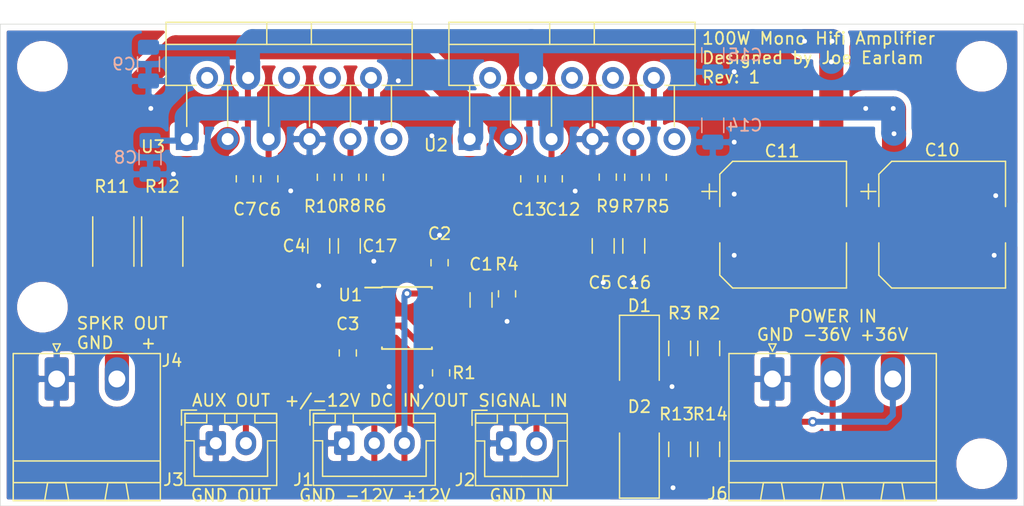
<source format=kicad_pcb>
(kicad_pcb (version 20171130) (host pcbnew 5.0.2-bee76a0~70~ubuntu18.04.1)
  (layers (0 F.Cu signal) (31 B.Cu signal) (34 B.Paste user) (35 F.Paste user) (36 B.SilkS user) (37 F.SilkS user) (38 B.Mask user) (39 F.Mask user) (44 Edge.Cuts user))
  (net 0 "")
  (net 1 "Net-(C1-Pad2)")
  (net 2 "Net-(C1-Pad1)")
  (net 3 +12V)
  (net 4 GND)
  (net 5 -12V)
  (net 6 +36V)
  (net 7 -36V)
  (net 8 "Net-(J2-Pad2)")
  (net 9 "Net-(J3-Pad2)")
  (net 10 "Net-(R5-Pad1)")
  (net 11 "Net-(R6-Pad1)")
  (net 12 "Net-(R7-Pad1)")
  (net 13 "Net-(R10-Pad2)")
  (net 14 "Net-(R11-Pad2)")
  (net 15 "Net-(R10-Pad1)")
  (net 16 "Net-(U2-Pad11)")
  (net 17 "Net-(U2-Pad8)")
  (net 18 "Net-(U2-Pad6)")
  (net 19 "Net-(U2-Pad2)")
  (net 20 "Net-(U3-Pad11)")
  (net 21 "Net-(U3-Pad8)")
  (net 22 "Net-(U3-Pad6)")
  (net 23 "Net-(U3-Pad2)")
  (net 24 "Net-(J4-Pad2)")
  (net 25 "Net-(C17-Pad1)")
  (net 26 "Net-(C16-Pad1)")
  (module Capacitor_SMD:C_1206_3216Metric (layer F.Cu) (at 141.986 89.916 270)
    (fp_text reference C17 (at 0 -2.54) (layer F.SilkS))
    (fp_text value 10u)
    (pad 2 smd roundrect (at 1.4 0 270) (size 1.25 1.75) (layers F.Cu F.Paste F.Mask) (roundrect_rratio 0.2) (net 4 GND))
    (pad 1 smd roundrect (at -1.4 0 270) (size 1.25 1.75) (layers F.Cu F.Paste F.Mask) (roundrect_rratio 0.2) (net 25 "Net-(C17-Pad1)"))
  )
  (module Capacitor_SMD:C_1206_3216Metric (layer F.Cu) (at 165.608 89.916 270)
    (fp_text reference C16 (at 3.048 0) (layer F.SilkS))
    (fp_text value 10u)
    (pad 2 smd roundrect (at 1.4 0 270) (size 1.25 1.75) (layers F.Cu F.Paste F.Mask) (roundrect_rratio 0.2) (net 4 GND))
    (pad 1 smd roundrect (at -1.4 0 270) (size 1.25 1.75) (layers F.Cu F.Paste F.Mask) (roundrect_rratio 0.2) (net 26 "Net-(C16-Pad1)"))
  )
  (module Capacitor_SMD:C_1206_3216Metric (layer F.Cu) (at 163.068 89.916 90)
    (fp_text reference C5 (at -3.048 -0.254 180) (layer F.SilkS))
    (fp_text value 10u)
    (pad 2 smd roundrect (at 1.4 0 90) (size 1.25 1.75) (layers F.Cu F.Paste F.Mask) (roundrect_rratio 0.2) (net 26 "Net-(C16-Pad1)"))
    (pad 1 smd roundrect (at -1.4 0 90) (size 1.25 1.75) (layers F.Cu F.Paste F.Mask) (roundrect_rratio 0.2) (net 4 GND))
  )
  (module Capacitor_SMD:C_1206_3216Metric (layer F.Cu) (at 139.446 89.916 90)
    (fp_text reference C4 (at 0 -2.032 180) (layer F.SilkS))
    (fp_text value 10u)
    (pad 2 smd roundrect (at 1.4 0 90) (size 1.25 1.75) (layers F.Cu F.Paste F.Mask) (roundrect_rratio 0.2) (net 25 "Net-(C17-Pad1)"))
    (pad 1 smd roundrect (at -1.4 0 90) (size 1.25 1.75) (layers F.Cu F.Paste F.Mask) (roundrect_rratio 0.2) (net 4 GND))
  )
  (module Resistor_SMD:R_1206_3216Metric (layer F.Cu) (at 171.831 106.807 270)
    (fp_text reference R14 (at -2.921 -0.127) (layer F.SilkS))
    (fp_text value "1K 1W")
    (pad 2 smd roundrect (at 1.4 0 270) (size 1.25 1.75) (layers F.Cu F.Paste F.Mask) (roundrect_rratio 0.2) (net 7 -36V))
    (pad 1 smd roundrect (at -1.4 0 270) (size 1.25 1.75) (layers F.Cu F.Paste F.Mask) (roundrect_rratio 0.2) (net 5 -12V))
  )
  (module Resistor_SMD:R_1206_3216Metric (layer F.Cu) (at 169.418 106.807 90)
    (fp_text reference R13 (at 2.921 -0.254 180) (layer F.SilkS))
    (fp_text value "1K 1W")
    (pad 2 smd roundrect (at 1.4 0 90) (size 1.25 1.75) (layers F.Cu F.Paste F.Mask) (roundrect_rratio 0.2) (net 5 -12V))
    (pad 1 smd roundrect (at -1.4 0 90) (size 1.25 1.75) (layers F.Cu F.Paste F.Mask) (roundrect_rratio 0.2) (net 7 -36V))
  )
  (module Resistor_SMD:R_1206_3216Metric (layer F.Cu) (at 169.418 98.425 90)
    (fp_text reference R3 (at 2.921 0 180) (layer F.SilkS))
    (fp_text value "1K 1W")
    (pad 2 smd roundrect (at 1.4 0 90) (size 1.25 1.75) (layers F.Cu F.Paste F.Mask) (roundrect_rratio 0.2) (net 3 +12V))
    (pad 1 smd roundrect (at -1.4 0 90) (size 1.25 1.75) (layers F.Cu F.Paste F.Mask) (roundrect_rratio 0.2) (net 6 +36V))
  )
  (module Resistor_SMD:R_1206_3216Metric (layer F.Cu) (at 171.831 98.425 270)
    (fp_text reference R2 (at -2.921 0) (layer F.SilkS))
    (fp_text value "1K 1W")
    (pad 2 smd roundrect (at 1.4 0 270) (size 1.25 1.75) (layers F.Cu F.Paste F.Mask) (roundrect_rratio 0.2) (net 6 +36V))
    (pad 1 smd roundrect (at -1.4 0 270) (size 1.25 1.75) (layers F.Cu F.Paste F.Mask) (roundrect_rratio 0.2) (net 3 +12V))
  )
  (module MountingHole:MountingHole_3.2mm_M3 (layer F.Cu) (at 194.5 108)
    (fp_text reference H4 hide)
    (fp_text value MountingHole)
    (pad 1 np_thru_hole circle (at 0 0) (size 3.2 3.2) (drill 3.2) (layers *.Cu *.Mask))
  )
  (module MountingHole:MountingHole_3.2mm_M3 (layer F.Cu) (at 194.5 75)
    (fp_text reference H3 hide)
    (fp_text value MountingHole)
    (pad 1 np_thru_hole circle (at 0 0) (size 3.2 3.2) (drill 3.2) (layers *.Cu *.Mask))
  )
  (module MountingHole:MountingHole_3.2mm_M3 (layer F.Cu) (at 116.5 95)
    (fp_text reference H2 hide)
    (fp_text value MountingHole)
    (pad 1 np_thru_hole circle (at 0 0) (size 3.2 3.2) (drill 3.2) (layers *.Cu *.Mask))
  )
  (module MountingHole:MountingHole_3.2mm_M3 (layer F.Cu) (at 116.5 75)
    (fp_text reference H1 hide)
    (fp_text value MountingHole)
    (pad 1 np_thru_hole circle (at 0 0) (size 3.2 3.2) (drill 3.2) (layers *.Cu *.Mask))
  )
  (module Capacitor_SMD:C_1206_3216Metric (layer F.Cu) (at 152.924 94.403 270)
    (fp_text reference C1 (at -2.963 0 180) (layer F.SilkS))
    (fp_text value "100n C0G")
    (pad 2 smd roundrect (at 1.4 0 270) (size 1.25 1.75) (layers F.Cu F.Paste F.Mask) (roundrect_rratio 0.2) (net 1 "Net-(C1-Pad2)"))
    (pad 1 smd roundrect (at -1.4 0 270) (size 1.25 1.75) (layers F.Cu F.Paste F.Mask) (roundrect_rratio 0.2) (net 2 "Net-(C1-Pad1)"))
  )
  (module Capacitor_SMD:C_1206_3216Metric (layer B.Cu) (at 172.17 74.057 270)
    (fp_text reference C15 (at 0 -2.667) (layer B.SilkS) (effects (justify mirror)))
    (fp_text value 10u)
    (pad 2 smd roundrect (at 1.4 0 270) (size 1.25 1.75) (layers B.Cu B.Paste B.Mask) (roundrect_rratio 0.2) (net 4 GND))
    (pad 1 smd roundrect (at -1.4 0 270) (size 1.25 1.75) (layers B.Cu B.Paste B.Mask) (roundrect_rratio 0.2) (net 7 -36V))
  )
  (module Capacitor_SMD:C_1206_3216Metric (layer B.Cu) (at 172.17 79.899 90)
    (fp_text reference C14 (at 0 2.667 180) (layer B.SilkS) (effects (justify mirror)))
    (fp_text value 10u)
    (pad 1 smd roundrect (at -1.4 0 90) (size 1.25 1.75) (layers B.Cu B.Paste B.Mask) (roundrect_rratio 0.2) (net 4 GND))
    (pad 2 smd roundrect (at 1.4 0 90) (size 1.25 1.75) (layers B.Cu B.Paste B.Mask) (roundrect_rratio 0.2) (net 6 +36V))
  )
  (module Capacitor_SMD:C_1206_3216Metric (layer B.Cu) (at 125.307 74.819 270)
    (fp_text reference C9 (at 0 2.032) (layer B.SilkS) (effects (justify mirror)))
    (fp_text value 10u)
    (pad 2 smd roundrect (at 1.4 0 270) (size 1.25 1.75) (layers B.Cu B.Paste B.Mask) (roundrect_rratio 0.2) (net 4 GND))
    (pad 1 smd roundrect (at -1.4 0 270) (size 1.25 1.75) (layers B.Cu B.Paste B.Mask) (roundrect_rratio 0.2) (net 7 -36V))
  )
  (module Capacitor_SMD:C_1206_3216Metric (layer B.Cu) (at 125.434 82.566 90)
    (fp_text reference C8 (at 0 -2.032 180) (layer B.SilkS) (effects (justify mirror)))
    (fp_text value 10u)
    (pad 2 smd roundrect (at 1.4 0 90) (size 1.25 1.75) (layers B.Cu B.Paste B.Mask) (roundrect_rratio 0.2) (net 6 +36V))
    (pad 1 smd roundrect (at -1.4 0 90) (size 1.25 1.75) (layers B.Cu B.Paste B.Mask) (roundrect_rratio 0.2) (net 4 GND))
  )
  (module Connector_Phoenix_MSTB:PhoenixContact_MSTBA_2,5_3-G_1x03_P5.00mm_Horizontal (layer F.Cu) (at 177.123 100.965)
    (fp_text reference J6 (at -4.572 9.525) (layer F.SilkS))
    (fp_text value JST_XH_3)
    (pad 3 thru_hole oval (at 10 0) (size 2 3.6) (drill 1.4) (layers *.Cu *.Mask) (net 6 +36V))
    (pad 2 thru_hole oval (at 5 0) (size 2 3.6) (drill 1.4) (layers *.Cu *.Mask) (net 7 -36V))
    (pad 1 thru_hole roundrect (at 0 0) (size 2 3.6) (drill 1.4) (layers *.Cu *.Mask) (roundrect_rratio 0.125) (net 4 GND))
  )
  (module Package_TO_SOT_THT:TO-220-11_P3.4x5.08mm_StaggerOdd_Lead4.85mm_Vertical (layer F.Cu) (at 128.482 81.042)
    (fp_text reference U3 (at -2.794 0.635) (layer F.SilkS))
    (fp_text value LM3886)
    (pad 11 thru_hole oval (at 17 0) (size 1.8 1.8) (drill 1) (layers *.Cu *.Mask) (net 20 "Net-(U3-Pad11)"))
    (pad 10 thru_hole oval (at 15.3 -5.08) (size 1.8 1.8) (drill 1) (layers *.Cu *.Mask) (net 11 "Net-(R6-Pad1)"))
    (pad 9 thru_hole oval (at 13.6 0) (size 1.8 1.8) (drill 1) (layers *.Cu *.Mask) (net 13 "Net-(R10-Pad2)"))
    (pad 8 thru_hole oval (at 11.9 -5.08) (size 1.8 1.8) (drill 1) (layers *.Cu *.Mask) (net 21 "Net-(U3-Pad8)"))
    (pad 7 thru_hole oval (at 10.2 0) (size 1.8 1.8) (drill 1) (layers *.Cu *.Mask) (net 4 GND))
    (pad 6 thru_hole oval (at 8.5 -5.08) (size 1.8 1.8) (drill 1) (layers *.Cu *.Mask) (net 22 "Net-(U3-Pad6)"))
    (pad 5 thru_hole oval (at 6.8 0) (size 1.8 1.8) (drill 1) (layers *.Cu *.Mask) (net 6 +36V))
    (pad 4 thru_hole oval (at 5.1 -5.08) (size 1.8 1.8) (drill 1) (layers *.Cu *.Mask) (net 7 -36V))
    (pad 3 thru_hole oval (at 3.4 0) (size 1.8 1.8) (drill 1) (layers *.Cu *.Mask) (net 15 "Net-(R10-Pad1)"))
    (pad 2 thru_hole oval (at 1.7 -5.08) (size 1.8 1.8) (drill 1) (layers *.Cu *.Mask) (net 23 "Net-(U3-Pad2)"))
    (pad 1 thru_hole rect (at 0 0) (size 1.8 1.8) (drill 1) (layers *.Cu *.Mask) (net 6 +36V))
  )
  (module Package_TO_SOT_THT:TO-220-11_P3.4x5.08mm_StaggerOdd_Lead4.85mm_Vertical (layer F.Cu) (at 151.977 81.042)
    (fp_text reference U2 (at -2.794 0.508) (layer F.SilkS))
    (fp_text value LM3886)
    (pad 11 thru_hole oval (at 17 0) (size 1.8 1.8) (drill 1) (layers *.Cu *.Mask) (net 16 "Net-(U2-Pad11)"))
    (pad 10 thru_hole oval (at 15.3 -5.08) (size 1.8 1.8) (drill 1) (layers *.Cu *.Mask) (net 10 "Net-(R5-Pad1)"))
    (pad 9 thru_hole oval (at 13.6 0) (size 1.8 1.8) (drill 1) (layers *.Cu *.Mask) (net 12 "Net-(R7-Pad1)"))
    (pad 8 thru_hole oval (at 11.9 -5.08) (size 1.8 1.8) (drill 1) (layers *.Cu *.Mask) (net 17 "Net-(U2-Pad8)"))
    (pad 7 thru_hole oval (at 10.2 0) (size 1.8 1.8) (drill 1) (layers *.Cu *.Mask) (net 4 GND))
    (pad 6 thru_hole oval (at 8.5 -5.08) (size 1.8 1.8) (drill 1) (layers *.Cu *.Mask) (net 18 "Net-(U2-Pad6)"))
    (pad 5 thru_hole oval (at 6.8 0) (size 1.8 1.8) (drill 1) (layers *.Cu *.Mask) (net 6 +36V))
    (pad 4 thru_hole oval (at 5.1 -5.08) (size 1.8 1.8) (drill 1) (layers *.Cu *.Mask) (net 7 -36V))
    (pad 3 thru_hole oval (at 3.4 0) (size 1.8 1.8) (drill 1) (layers *.Cu *.Mask) (net 14 "Net-(R11-Pad2)"))
    (pad 2 thru_hole oval (at 1.7 -5.08) (size 1.8 1.8) (drill 1) (layers *.Cu *.Mask) (net 19 "Net-(U2-Pad2)"))
    (pad 1 thru_hole rect (at 0 0) (size 1.8 1.8) (drill 1) (layers *.Cu *.Mask) (net 6 +36V))
  )
  (module Package_SO:SOIC-8_3.9x4.9mm_P1.27mm (layer F.Cu) (at 146.77 95.901)
    (fp_text reference U1 (at -4.699 -1.905) (layer F.SilkS))
    (fp_text value NE5532)
    (pad 8 smd rect (at 2.7 -1.905) (size 1.55 0.6) (layers F.Cu F.Paste F.Mask) (net 3 +12V))
    (pad 7 smd rect (at 2.7 -0.635) (size 1.55 0.6) (layers F.Cu F.Paste F.Mask) (net 1 "Net-(C1-Pad2)"))
    (pad 6 smd rect (at 2.7 0.635) (size 1.55 0.6) (layers F.Cu F.Paste F.Mask) (net 1 "Net-(C1-Pad2)"))
    (pad 5 smd rect (at 2.7 1.905) (size 1.55 0.6) (layers F.Cu F.Paste F.Mask) (net 8 "Net-(J2-Pad2)"))
    (pad 4 smd rect (at -2.7 1.905) (size 1.55 0.6) (layers F.Cu F.Paste F.Mask) (net 5 -12V))
    (pad 3 smd rect (at -2.7 0.635) (size 1.55 0.6) (layers F.Cu F.Paste F.Mask) (net 8 "Net-(J2-Pad2)"))
    (pad 2 smd rect (at -2.7 -0.635) (size 1.55 0.6) (layers F.Cu F.Paste F.Mask) (net 9 "Net-(J3-Pad2)"))
    (pad 1 smd rect (at -2.7 -1.905) (size 1.55 0.6) (layers F.Cu F.Paste F.Mask) (net 9 "Net-(J3-Pad2)"))
  )
  (module Resistor_SMD:R_2512_6332Metric (layer F.Cu) (at 126.45 89.551 90)
    (fp_text reference R12 (at 4.572 0 180) (layer F.SilkS))
    (fp_text value "0R1 3W")
    (pad 2 smd roundrect (at 2.9 0 90) (size 1.35 3.35) (layers F.Cu F.Paste F.Mask) (roundrect_rratio 0.185185) (net 15 "Net-(R10-Pad1)"))
    (pad 1 smd roundrect (at -2.9 0 90) (size 1.35 3.35) (layers F.Cu F.Paste F.Mask) (roundrect_rratio 0.185185) (net 24 "Net-(J4-Pad2)"))
  )
  (module Resistor_SMD:R_2512_6332Metric (layer F.Cu) (at 122.386 89.551 90)
    (fp_text reference R11 (at 4.572 -0.127 180) (layer F.SilkS))
    (fp_text value "0R1 3W")
    (pad 2 smd roundrect (at 2.9 0 90) (size 1.35 3.35) (layers F.Cu F.Paste F.Mask) (roundrect_rratio 0.185185) (net 14 "Net-(R11-Pad2)"))
    (pad 1 smd roundrect (at -2.9 0 90) (size 1.35 3.35) (layers F.Cu F.Paste F.Mask) (roundrect_rratio 0.185185) (net 24 "Net-(J4-Pad2)"))
  )
  (module Resistor_SMD:R_0805_2012Metric (layer F.Cu) (at 140.039 84.217 90)
    (fp_text reference R10 (at -2.413 -0.381) (layer F.SilkS))
    (fp_text value "20K 0.1%")
    (pad 2 smd roundrect (at 0.9375 0 90) (size 0.975 1.4) (layers F.Cu F.Paste F.Mask) (net 13 "Net-(R10-Pad2)"))
    (pad 1 smd roundrect (at -0.9375 0 90) (size 0.975 1.4) (layers F.Cu F.Paste F.Mask) (net 15 "Net-(R10-Pad1)"))
  )
  (module Resistor_SMD:R_0805_2012Metric (layer F.Cu) (at 163.449 84.201 90)
    (fp_text reference R9 (at -2.413 0) (layer F.SilkS))
    (fp_text value "20K 0.1%")
    (pad 2 smd roundrect (at 0.9375 0 90) (size 0.975 1.4) (layers F.Cu F.Paste F.Mask) (net 12 "Net-(R7-Pad1)"))
    (pad 1 smd roundrect (at -0.9375 0 90) (size 0.975 1.4) (layers F.Cu F.Paste F.Mask) (net 14 "Net-(R11-Pad2)"))
  )
  (module Resistor_SMD:R_0805_2012Metric (layer F.Cu) (at 142.071 84.217 270)
    (fp_text reference R8 (at 2.3645 0.085) (layer F.SilkS))
    (fp_text value "1K 0.1%")
    (pad 2 smd roundrect (at 0.9375 0 270) (size 0.975 1.4) (layers F.Cu F.Paste F.Mask) (net 25 "Net-(C17-Pad1)"))
    (pad 1 smd roundrect (at -0.9375 0 270) (size 0.975 1.4) (layers F.Cu F.Paste F.Mask) (net 13 "Net-(R10-Pad2)"))
  )
  (module Resistor_SMD:R_0805_2012Metric (layer F.Cu) (at 165.566 84.217 270)
    (fp_text reference R7 (at 2.413 0) (layer F.SilkS))
    (fp_text value "1K 0.1%")
    (pad 2 smd roundrect (at 0.9375 0 270) (size 0.975 1.4) (layers F.Cu F.Paste F.Mask) (net 26 "Net-(C16-Pad1)"))
    (pad 1 smd roundrect (at -0.9375 0 270) (size 0.975 1.4) (layers F.Cu F.Paste F.Mask) (net 12 "Net-(R7-Pad1)"))
  )
  (module Resistor_SMD:R_0805_2012Metric (layer F.Cu) (at 144.103 84.217 270)
    (fp_text reference R6 (at 2.397 0) (layer F.SilkS))
    (fp_text value "1K 0.1%")
    (pad 2 smd roundrect (at 0.9375 0 270) (size 0.975 1.4) (layers F.Cu F.Paste F.Mask) (net 2 "Net-(C1-Pad1)"))
    (pad 1 smd roundrect (at -0.9375 0 270) (size 0.975 1.4) (layers F.Cu F.Paste F.Mask) (net 11 "Net-(R6-Pad1)"))
  )
  (module Resistor_SMD:R_0805_2012Metric (layer F.Cu) (at 167.598 84.217 270)
    (fp_text reference R5 (at 2.413 0) (layer F.SilkS))
    (fp_text value "1K 0.1%")
    (pad 2 smd roundrect (at 0.9375 0 270) (size 0.975 1.4) (layers F.Cu F.Paste F.Mask) (net 2 "Net-(C1-Pad1)"))
    (pad 1 smd roundrect (at -0.9375 0 270) (size 0.975 1.4) (layers F.Cu F.Paste F.Mask) (net 10 "Net-(R5-Pad1)"))
  )
  (module Resistor_SMD:R_0805_2012Metric (layer F.Cu) (at 155.083 93.895 90)
    (fp_text reference R4 (at 2.455 -0.016) (layer F.SilkS))
    (fp_text value 100K)
    (pad 2 smd roundrect (at 0.9375 0 90) (size 0.975 1.4) (layers F.Cu F.Paste F.Mask) (net 2 "Net-(C1-Pad1)"))
    (pad 1 smd roundrect (at -0.9375 0 90) (size 0.975 1.4) (layers F.Cu F.Paste F.Mask) (net 4 GND))
  )
  (module Resistor_SMD:R_0805_2012Metric (layer F.Cu) (at 149.606 100.457 90)
    (fp_text reference R1 (at 0 1.905 180) (layer F.SilkS))
    (fp_text value 47K)
    (pad 2 smd roundrect (at 0.9375 0 90) (size 0.975 1.4) (layers F.Cu F.Paste F.Mask) (net 8 "Net-(J2-Pad2)"))
    (pad 1 smd roundrect (at -0.9375 0 90) (size 0.975 1.4) (layers F.Cu F.Paste F.Mask) (net 4 GND))
  )
  (module Connector_Phoenix_MSTB:PhoenixContact_MSTBA_2,5_2-G_1x02_P5.00mm_Horizontal (layer F.Cu) (at 117.682 100.965)
    (fp_text reference J4 (at 9.572 -1.524) (layer F.SilkS))
    (fp_text value Conn_01x02_Male)
    (pad 2 thru_hole oval (at 5 0) (size 2 3.6) (drill 1.4) (layers *.Cu *.Mask) (net 24 "Net-(J4-Pad2)"))
    (pad 1 thru_hole roundrect (at 0 0) (size 2 3.6) (drill 1.4) (layers *.Cu *.Mask) (roundrect_rratio 0.125) (net 4 GND))
  )
  (module Connector_JST:JST_XH_B2B-XH-A_1x02_P2.50mm_Vertical (layer F.Cu) (at 130.895 106.299)
    (fp_text reference J3 (at -3.514 3.032) (layer F.SilkS))
    (fp_text value JST_XH_2)
    (pad 2 thru_hole oval (at 2.5 0) (size 1.7 2) (drill 1) (layers *.Cu *.Mask) (net 9 "Net-(J3-Pad2)"))
    (pad 1 thru_hole roundrect (at 0 0) (size 1.7 2) (drill 1) (layers *.Cu *.Mask) (roundrect_rratio 0.147059) (net 4 GND))
  )
  (module Connector_JST:JST_XH_B2B-XH-A_1x02_P2.50mm_Vertical (layer F.Cu) (at 155.025 106.315)
    (fp_text reference J2 (at -3.429 3.032) (layer F.SilkS))
    (fp_text value JST_XH_2)
    (pad 2 thru_hole oval (at 2.5 0) (size 1.7 2) (drill 1) (layers *.Cu *.Mask) (net 8 "Net-(J2-Pad2)"))
    (pad 1 thru_hole roundrect (at 0 0) (size 1.7 2) (drill 1) (layers *.Cu *.Mask) (roundrect_rratio 0.147059) (net 4 GND))
  )
  (module Connector_JST:JST_XH_B3B-XH-A_1x03_P2.50mm_Vertical (layer F.Cu) (at 141.563 106.299)
    (fp_text reference J1 (at -3.387 3.032) (layer F.SilkS))
    (fp_text value JST_XH_3)
    (pad 3 thru_hole oval (at 5 0) (size 1.7 1.95) (drill 0.95) (layers *.Cu *.Mask) (net 3 +12V))
    (pad 2 thru_hole oval (at 2.5 0) (size 1.7 1.95) (drill 0.95) (layers *.Cu *.Mask) (net 5 -12V))
    (pad 1 thru_hole roundrect (at 0 0) (size 1.7 1.95) (drill 0.95) (layers *.Cu *.Mask) (roundrect_rratio 0.147059) (net 4 GND))
  )
  (module Diode_SMD:D_SMA (layer F.Cu) (at 166.074 107.458 90)
    (fp_text reference D2 (at 4.191 0 180) (layer F.SilkS))
    (fp_text value SML4742-E3/61)
    (pad 2 smd rect (at 2 0 90) (size 2.5 1.8) (layers F.Cu F.Paste F.Mask) (net 5 -12V))
    (pad 1 smd rect (at -2 0 90) (size 2.5 1.8) (layers F.Cu F.Paste F.Mask) (net 4 GND))
  )
  (module Diode_SMD:D_SMA (layer F.Cu) (at 166.074 99.076 270)
    (fp_text reference D1 (at -4.191 0) (layer F.SilkS))
    (fp_text value SML4742-E3/61)
    (pad 2 smd rect (at 2 0 270) (size 2.5 1.8) (layers F.Cu F.Paste F.Mask) (net 4 GND))
    (pad 1 smd rect (at -2 0 270) (size 2.5 1.8) (layers F.Cu F.Paste F.Mask) (net 3 +12V))
  )
  (module Capacitor_SMD:C_0805_2012Metric (layer F.Cu) (at 156.93 84.344 270)
    (fp_text reference C13 (at 2.54 0) (layer F.SilkS))
    (fp_text value 100n)
    (pad 2 smd roundrect (at 0.9375 0 270) (size 0.975 1.4) (layers F.Cu F.Paste F.Mask) (net 4 GND))
    (pad 1 smd roundrect (at -0.9375 0 270) (size 0.975 1.4) (layers F.Cu F.Paste F.Mask) (net 7 -36V))
  )
  (module Capacitor_SMD:C_0805_2012Metric (layer F.Cu) (at 158.962 84.344 90)
    (fp_text reference C12 (at -2.54 0.762 180) (layer F.SilkS))
    (fp_text value 100n)
    (pad 2 smd roundrect (at 0.9375 0 90) (size 0.975 1.4) (layers F.Cu F.Paste F.Mask) (net 6 +36V))
    (pad 1 smd roundrect (at -0.9375 0 90) (size 0.975 1.4) (layers F.Cu F.Paste F.Mask) (net 4 GND))
  )
  (module Capacitor_SMD:CP_Elec_10x10 (layer F.Cu) (at 178.012 88.154)
    (fp_text reference C11 (at -0.085 -6.112) (layer F.SilkS))
    (fp_text value "100u 50V")
    (pad 2 smd roundrect (at 4 0) (size 4 2.5) (layers F.Cu F.Paste F.Mask) (roundrect_rratio 0.1) (net 7 -36V))
    (pad 1 smd roundrect (at -4 0) (size 4 2.5) (layers F.Cu F.Paste F.Mask) (roundrect_rratio 0.1) (net 4 GND))
  )
  (module Capacitor_SMD:CP_Elec_10x10 (layer F.Cu) (at 191.22 88.154)
    (fp_text reference C10 (at 0 -6.2) (layer F.SilkS))
    (fp_text value "100u 50V")
    (pad 2 smd roundrect (at 4 0) (size 4 2.5) (layers F.Cu F.Paste F.Mask) (roundrect_rratio 0.1) (net 4 GND))
    (pad 1 smd roundrect (at -4 0) (size 4 2.5) (layers F.Cu F.Paste F.Mask) (roundrect_rratio 0.1) (net 6 +36V))
  )
  (module Capacitor_SMD:C_0805_2012Metric (layer F.Cu) (at 133.308 84.344 270)
    (fp_text reference C7 (at 2.524 0) (layer F.SilkS))
    (fp_text value 100n)
    (pad 2 smd roundrect (at 0.9375 0 270) (size 0.975 1.4) (layers F.Cu F.Paste F.Mask) (net 4 GND))
    (pad 1 smd roundrect (at -0.9375 0 270) (size 0.975 1.4) (layers F.Cu F.Paste F.Mask) (net 7 -36V))
  )
  (module Capacitor_SMD:C_0805_2012Metric (layer F.Cu) (at 135.34 84.344 90)
    (fp_text reference C6 (at -2.54 0 180) (layer F.SilkS))
    (fp_text value 100n)
    (pad 2 smd roundrect (at 0.9375 0 90) (size 0.975 1.4) (layers F.Cu F.Paste F.Mask) (net 6 +36V))
    (pad 1 smd roundrect (at -0.9375 0 90) (size 0.975 1.4) (layers F.Cu F.Paste F.Mask) (net 4 GND))
  )
  (module Capacitor_SMD:C_0805_2012Metric (layer F.Cu) (at 141.859 98.806 270)
    (fp_text reference C3 (at -2.413 0) (layer F.SilkS))
    (fp_text value 100n)
    (pad 2 smd roundrect (at 0.9375 0 270) (size 0.975 1.4) (layers F.Cu F.Paste F.Mask) (net 4 GND))
    (pad 1 smd roundrect (at -0.9375 0 270) (size 0.975 1.4) (layers F.Cu F.Paste F.Mask) (net 5 -12V))
  )
  (module Capacitor_SMD:C_0805_2012Metric (layer F.Cu) (at 149.479 91.313 270)
    (fp_text reference C2 (at -2.413 0) (layer F.SilkS))
    (fp_text value 100n)
    (pad 2 smd roundrect (at 0.9375 0 270) (size 0.975 1.4) (layers F.Cu F.Paste F.Mask) (net 3 +12V))
    (pad 1 smd roundrect (at -0.9375 0 270) (size 0.975 1.4) (layers F.Cu F.Paste F.Mask) (net 4 GND))
  )
  (gr_text "100W Mono Hifi Amplifier\nDesigned by Joe Earlam\nRev: 1" (at 171.196 74.295) (layer F.SilkS) (effects (font (size 1 1)) (justify left)))
  (gr_line (start 113 71.5) (end 113 111.5) (layer Edge.Cuts) (width 0.05))
  (gr_line (start 198 71.5) (end 113 71.5) (layer Edge.Cuts) (width 0.05))
  (gr_line (start 198 72) (end 198 71.5) (layer Edge.Cuts) (width 0.05))
  (gr_line (start 198 111.5) (end 198 72) (layer Edge.Cuts) (width 0.05))
  (gr_line (start 141 111.5) (end 198 111.5) (layer Edge.Cuts) (width 0.05))
  (gr_line (start 113 111.5) (end 141 111.5) (layer Edge.Cuts) (width 0.05))
  (gr_text "SPKR OUT\nGND   +" (at 119.253 97.155) (layer F.SilkS) (effects (font (size 1 1)) (justify left)))
  (gr_text "POWER IN" (at 182.118 95.758) (layer F.SilkS) (effects (font (size 1 1))))
  (gr_text "GND -36V +36V" (at 182.118 97.282) (layer F.SilkS) (effects (font (size 1 1))))
  (gr_text "AUX OUT" (at 132.165 102.743) (layer F.SilkS) (effects (font (size 1 1))))
  (gr_text "SIGNAL IN" (at 156.422 102.759) (layer F.SilkS) (effects (font (size 1 1))))
  (gr_text "+/-12V DC IN/OUT" (at 144.23 102.743) (layer F.SilkS) (effects (font (size 1 1))))
  (gr_text "GND -12V +12V" (at 144.103 110.633) (layer F.SilkS) (effects (font (size 1 1))))
  (gr_text "GND OUT" (at 132.165 110.633) (layer F.SilkS) (effects (font (size 1 1))))
  (gr_text "GND IN" (at 156.295 110.633) (layer F.SilkS) (effects (font (size 1 1))))
  (segment (start 150.745 96.536) (end 149.47 96.536) (width 0.5) (layer F.Cu) (net 1))
  (segment (start 150.872 96.409) (end 150.745 96.536) (width 0.5) (layer F.Cu) (net 1))
  (segment (start 150.745 95.266) (end 150.872 95.393) (width 0.5) (layer F.Cu) (net 1))
  (segment (start 149.47 95.266) (end 150.745 95.266) (width 0.5) (layer F.Cu) (net 1))
  (segment (start 150.872 95.812) (end 150.872 96.409) (width 0.5) (layer F.Cu) (net 1))
  (segment (start 150.872 95.393) (end 150.872 95.812) (width 0.5) (layer F.Cu) (net 1))
  (segment (start 151.541 95.812) (end 150.872 95.812) (width 0.5) (layer F.Cu) (net 1))
  (segment (start 151.94 95.812) (end 151.541 95.812) (width 0.5) (layer F.Cu) (net 1))
  (segment (start 151.949 95.803) (end 151.94 95.812) (width 0.5) (layer F.Cu) (net 1))
  (segment (start 152.924 95.803) (end 151.949 95.803) (width 0.5) (layer F.Cu) (net 1))
  (segment (start 155.0375 93.003) (end 155.083 92.9575) (width 0.5) (layer F.Cu) (net 2))
  (segment (start 152.924 93.003) (end 155.0375 93.003) (width 0.5) (layer F.Cu) (net 2))
  (segment (start 147.0725 85.1545) (end 144.103 85.1545) (width 0.5) (layer F.Cu) (net 2))
  (segment (start 155.536 93.13) (end 155.546 93.12) (width 0.5) (layer F.Cu) (net 2))
  (segment (start 155.194 89.916) (end 155.155 89.955) (width 0.5) (layer F.Cu) (net 2))
  (segment (start 167.132 89.916) (end 155.194 89.916) (width 0.5) (layer F.Cu) (net 2))
  (segment (start 167.598 85.1545) (end 167.598 89.45) (width 0.5) (layer F.Cu) (net 2))
  (segment (start 167.598 89.45) (end 167.132 89.916) (width 0.5) (layer F.Cu) (net 2))
  (segment (start 155.194 89.916) (end 152.908 89.916) (width 0.5) (layer F.Cu) (net 2))
  (segment (start 148.1465 85.1545) (end 147.0725 85.1545) (width 0.5) (layer F.Cu) (net 2))
  (segment (start 152.908 89.916) (end 148.1465 85.1545) (width 0.5) (layer F.Cu) (net 2))
  (segment (start 152.924 89.932) (end 152.908 89.916) (width 0.5) (layer F.Cu) (net 2))
  (segment (start 152.924 93.003) (end 152.924 89.932) (width 0.5) (layer F.Cu) (net 2))
  (segment (start 149.4855 93.9805) (end 149.47 93.996) (width 0.5) (layer F.Cu) (net 3))
  (segment (start 149.4855 91.964) (end 149.4855 93.9805) (width 0.5) (layer F.Cu) (net 3))
  (segment (start 166.106 97.044) (end 166.074 97.076) (width 0.5) (layer F.Cu) (net 3))
  (via (at 146.77 93.869) (size 0.8) (drill 0.4) (layers F.Cu B.Cu) (net 3))
  (segment (start 146.563 106.188) (end 146.563 94.076) (width 0.5) (layer B.Cu) (net 3))
  (segment (start 146.563 94.076) (end 146.77 93.869) (width 0.5) (layer B.Cu) (net 3))
  (segment (start 149.343 93.869) (end 149.47 93.996) (width 0.5) (layer F.Cu) (net 3))
  (segment (start 146.77 93.869) (end 149.343 93.869) (width 0.5) (layer F.Cu) (net 3))
  (segment (start 169.418 97.025) (end 171.831 97.025) (width 0.5) (layer F.Cu) (net 3))
  (segment (start 162.994 97.076) (end 166.074 97.076) (width 0.5) (layer F.Cu) (net 3))
  (segment (start 146.563 108.463) (end 147.082 108.982) (width 0.5) (layer F.Cu) (net 3))
  (segment (start 146.563 106.188) (end 146.563 108.463) (width 0.5) (layer F.Cu) (net 3))
  (segment (start 147.082 108.982) (end 161.594135 108.982) (width 0.5) (layer F.Cu) (net 3))
  (segment (start 161.594135 108.982) (end 162.264 108.312135) (width 0.5) (layer F.Cu) (net 3))
  (segment (start 162.264 108.312135) (end 162.264 97.806) (width 0.5) (layer F.Cu) (net 3))
  (segment (start 162.264 97.806) (end 162.994 97.076) (width 0.5) (layer F.Cu) (net 3))
  (segment (start 169.367 97.076) (end 169.418 97.025) (width 0.5) (layer F.Cu) (net 3))
  (segment (start 166.074 97.076) (end 169.367 97.076) (width 0.5) (layer F.Cu) (net 3))
  (via (at 160.74 85.36) (size 0.8) (drill 0.4) (layers F.Cu B.Cu) (net 4))
  (via (at 173.948 85.614) (size 0.8) (drill 0.4) (layers F.Cu B.Cu) (net 4))
  (via (at 168.783 101.6) (size 0.8) (drill 0.4) (layers F.Cu B.Cu) (net 4))
  (via (at 168.868 109.998) (size 0.8) (drill 0.4) (layers F.Cu B.Cu) (net 4))
  (via (at 195.538 90.694) (size 0.8) (drill 0.4) (layers F.Cu B.Cu) (net 4))
  (via (at 147.955 101.6) (size 0.8) (drill 0.4) (layers F.Cu B.Cu) (net 4))
  (via (at 145.288 101.6) (size 0.8) (drill 0.4) (layers F.Cu B.Cu) (net 4))
  (via (at 149.479 89.027) (size 0.8) (drill 0.4) (layers F.Cu B.Cu) (net 4))
  (via (at 137.118 85.344) (size 0.8) (drill 0.4) (layers F.Cu B.Cu) (net 4))
  (via (at 155.083 96.181) (size 0.8) (drill 0.4) (layers F.Cu B.Cu) (net 4))
  (via (at 195.665 85.741) (size 0.8) (drill 0.4) (layers F.Cu B.Cu) (net 4))
  (via (at 173.948 90.694) (size 0.8) (drill 0.4) (layers F.Cu B.Cu) (net 4))
  (via (at 127.381 83.947) (size 0.8) (drill 0.4) (layers F.Cu B.Cu) (net 4))
  (via (at 173.948 75.454) (size 0.8) (drill 0.4) (layers F.Cu B.Cu) (net 4))
  (via (at 173.948 81.296) (size 0.8) (drill 0.4) (layers F.Cu B.Cu) (net 4))
  (via (at 125.5 78.5) (size 0.8) (drill 0.4) (layers F.Cu B.Cu) (net 4))
  (via (at 163.068 92.964) (size 0.8) (drill 0.4) (layers F.Cu B.Cu) (net 4))
  (via (at 139.446 93.218) (size 0.8) (drill 0.4) (layers F.Cu B.Cu) (net 4))
  (via (at 144.018 91.186) (size 0.8) (drill 0.4) (layers F.Cu B.Cu) (net 4))
  (via (at 165.608 92.964) (size 0.8) (drill 0.4) (layers F.Cu B.Cu) (net 4))
  (via (at 148.844 80.772) (size 0.8) (drill 0.4) (layers F.Cu B.Cu) (net 4))
  (via (at 146.05 76.2) (size 0.8) (drill 0.4) (layers F.Cu B.Cu) (net 4))
  (segment (start 144.063 99.8465) (end 144.0545 99.838) (width 0.5) (layer F.Cu) (net 5))
  (segment (start 144.063 106.188) (end 144.063 99.8465) (width 0.5) (layer F.Cu) (net 5))
  (segment (start 144.0545 97.8215) (end 144.07 97.806) (width 0.5) (layer F.Cu) (net 5))
  (segment (start 144.0545 99.838) (end 144.0545 97.8215) (width 0.5) (layer F.Cu) (net 5))
  (segment (start 171.91 105.481) (end 171.942 105.513) (width 0.5) (layer F.Cu) (net 5))
  (segment (start 169.545 105.28) (end 171.942 105.28) (width 0.5) (layer F.Cu) (net 5))
  (segment (start 144.063 110.027) (end 144.063 106.188) (width 0.5) (layer F.Cu) (net 5))
  (segment (start 164.264 105.458) (end 163.28 106.442) (width 0.5) (layer F.Cu) (net 5))
  (segment (start 166.074 105.458) (end 164.264 105.458) (width 0.5) (layer F.Cu) (net 5))
  (segment (start 163.28 106.442) (end 163.28 110.024) (width 0.5) (layer F.Cu) (net 5))
  (segment (start 163.28 110.024) (end 162.798 110.506) (width 0.5) (layer F.Cu) (net 5))
  (segment (start 162.798 110.506) (end 144.542 110.506) (width 0.5) (layer F.Cu) (net 5))
  (segment (start 144.542 110.506) (end 144.063 110.027) (width 0.5) (layer F.Cu) (net 5))
  (segment (start 141.9215 97.806) (end 141.859 97.8685) (width 0.5) (layer F.Cu) (net 5))
  (segment (start 144.07 97.806) (end 141.9215 97.806) (width 0.5) (layer F.Cu) (net 5))
  (segment (start 169.367 105.458) (end 169.418 105.407) (width 0.5) (layer F.Cu) (net 5))
  (segment (start 166.074 105.458) (end 169.367 105.458) (width 0.5) (layer F.Cu) (net 5))
  (segment (start 158.777 83.5725) (end 158.7865 83.582) (width 0.5) (layer F.Cu) (net 6))
  (segment (start 158.777 81.042) (end 158.777 83.3185) (width 0.5) (layer F.Cu) (net 6))
  (segment (start 135.282 83.259) (end 135.213 83.328) (width 0.5) (layer F.Cu) (net 6))
  (segment (start 135.282 81.042) (end 135.282 83.259) (width 0.5) (layer F.Cu) (net 6))
  (segment (start 135.282 78.56) (end 135.282 81.042) (width 2) (layer B.Cu) (net 6))
  (segment (start 135.34 78.502) (end 135.282 78.56) (width 2) (layer B.Cu) (net 6))
  (segment (start 129.244 78.502) (end 135.34 78.502) (width 2) (layer B.Cu) (net 6))
  (segment (start 128.482 81.042) (end 128.482 79.264) (width 2) (layer B.Cu) (net 6))
  (segment (start 128.482 79.264) (end 129.244 78.502) (width 2) (layer B.Cu) (net 6))
  (segment (start 135.34 78.502) (end 152.104 78.502) (width 2) (layer B.Cu) (net 6))
  (segment (start 152.104 80.915) (end 151.977 81.042) (width 2) (layer B.Cu) (net 6))
  (segment (start 152.104 78.502) (end 152.104 80.915) (width 2) (layer B.Cu) (net 6))
  (segment (start 152.104 78.502) (end 158.962 78.502) (width 2) (layer B.Cu) (net 6))
  (segment (start 158.777 78.687) (end 158.777 81.042) (width 2) (layer B.Cu) (net 6))
  (segment (start 158.962 78.502) (end 158.777 78.687) (width 2) (layer B.Cu) (net 6))
  (segment (start 158.962 78.502) (end 171.916 78.502) (width 2) (layer B.Cu) (net 6))
  (via (at 187.156 78.502) (size 0.8) (drill 0.4) (layers F.Cu B.Cu) (net 6))
  (segment (start 187.22 78.566) (end 187.156 78.502) (width 2) (layer F.Cu) (net 6))
  (via (at 187.22 80.598) (size 0.8) (drill 0.4) (layers F.Cu B.Cu) (net 6))
  (segment (start 187.156 80.534) (end 187.22 80.598) (width 2) (layer B.Cu) (net 6))
  (segment (start 187.156 78.502) (end 187.156 80.534) (width 2) (layer B.Cu) (net 6))
  (segment (start 187.22 88.154) (end 187.22 80.598) (width 2) (layer F.Cu) (net 6))
  (segment (start 187.22 80.598) (end 187.22 78.566) (width 2) (layer F.Cu) (net 6))
  (via (at 184.87 78.502) (size 0.8) (drill 0.4) (layers F.Cu B.Cu) (net 6))
  (segment (start 187.156 78.502) (end 184.87 78.502) (width 2) (layer F.Cu) (net 6))
  (segment (start 187.156 78.502) (end 184.87 78.502) (width 2) (layer B.Cu) (net 6))
  (segment (start 184.87 78.502) (end 171.916 78.502) (width 2) (layer B.Cu) (net 6))
  (segment (start 128.352 81.172) (end 128.482 81.042) (width 0.5) (layer B.Cu) (net 6))
  (segment (start 125.307 81.172) (end 128.352 81.172) (width 0.5) (layer B.Cu) (net 6))
  (segment (start 187.123 88.251) (end 187.22 88.154) (width 2) (layer F.Cu) (net 6))
  (segment (start 187.123 100.965) (end 187.123 88.251) (width 2) (layer F.Cu) (net 6))
  (segment (start 187.123 100.965) (end 187.123 103.961) (width 0.5) (layer B.Cu) (net 6))
  (segment (start 187.123 103.961) (end 186.563 104.521) (width 0.5) (layer B.Cu) (net 6))
  (segment (start 171.831 99.825) (end 169.418 99.825) (width 0.5) (layer F.Cu) (net 6))
  (segment (start 175.387 104.521) (end 180.467 104.521) (width 0.5) (layer F.Cu) (net 6))
  (segment (start 174.498 103.632) (end 175.387 104.521) (width 0.5) (layer F.Cu) (net 6))
  (segment (start 186.563 104.521) (end 180.467 104.521) (width 0.5) (layer B.Cu) (net 6))
  (via (at 180.467 104.521) (size 0.8) (drill 0.4) (layers F.Cu B.Cu) (net 6))
  (segment (start 172.806 99.825) (end 172.809 99.822) (width 0.5) (layer F.Cu) (net 6))
  (segment (start 171.831 99.825) (end 172.806 99.825) (width 0.5) (layer F.Cu) (net 6))
  (segment (start 174.371 99.822) (end 174.498 99.949) (width 0.5) (layer F.Cu) (net 6))
  (segment (start 172.809 99.822) (end 174.371 99.822) (width 0.5) (layer F.Cu) (net 6))
  (segment (start 174.498 99.949) (end 174.498 103.632) (width 0.5) (layer F.Cu) (net 6))
  (segment (start 157.077 72.914) (end 157.077 75.962) (width 2) (layer B.Cu) (net 7))
  (segment (start 133.943 72.914) (end 157.077 72.914) (width 2) (layer B.Cu) (net 7))
  (segment (start 133.562 73.295) (end 133.943 72.914) (width 2) (layer B.Cu) (net 7))
  (segment (start 133.562 74.669208) (end 133.562 73.295) (width 2) (layer B.Cu) (net 7))
  (segment (start 133.582 75.962) (end 133.582 74.689208) (width 2) (layer B.Cu) (net 7))
  (segment (start 133.582 74.689208) (end 133.562 74.669208) (width 2) (layer B.Cu) (net 7))
  (segment (start 156.93 76.109) (end 157.077 75.962) (width 0.5) (layer F.Cu) (net 7))
  (segment (start 156.93 83.328) (end 156.93 76.109) (width 0.5) (layer F.Cu) (net 7))
  (segment (start 133.562 75.982) (end 133.582 75.962) (width 0.5) (layer F.Cu) (net 7))
  (segment (start 133.308 83.328) (end 133.562 83.074) (width 0.5) (layer F.Cu) (net 7))
  (via (at 182.076 72.914) (size 0.8) (drill 0.4) (layers F.Cu B.Cu) (net 7))
  (segment (start 182.012 72.978) (end 182.076 72.914) (width 2) (layer F.Cu) (net 7))
  (segment (start 175.472 72.914) (end 157.077 72.914) (width 2) (layer B.Cu) (net 7))
  (via (at 182.012 74.628) (size 0.8) (drill 0.4) (layers F.Cu B.Cu) (net 7))
  (segment (start 182.076 74.564) (end 182.012 74.628) (width 2) (layer B.Cu) (net 7))
  (segment (start 182.076 72.914) (end 182.076 74.564) (width 2) (layer B.Cu) (net 7))
  (segment (start 182.012 88.154) (end 182.012 74.628) (width 2) (layer F.Cu) (net 7))
  (segment (start 182.012 74.628) (end 182.012 72.978) (width 2) (layer F.Cu) (net 7))
  (via (at 179.79 72.914) (size 0.8) (drill 0.4) (layers F.Cu B.Cu) (net 7))
  (segment (start 182.076 72.914) (end 179.79 72.914) (width 2) (layer F.Cu) (net 7))
  (segment (start 182.076 72.914) (end 179.79 72.914) (width 2) (layer B.Cu) (net 7))
  (segment (start 179.79 72.914) (end 175.472 72.914) (width 2) (layer B.Cu) (net 7))
  (segment (start 133.438 73.419) (end 125.18 73.419) (width 0.5) (layer B.Cu) (net 7))
  (segment (start 133.562 73.295) (end 133.438 73.419) (width 0.5) (layer B.Cu) (net 7))
  (segment (start 133.562 83.074) (end 133.562 75.982) (width 0.5) (layer F.Cu) (net 7))
  (segment (start 182.123 88.265) (end 182.012 88.154) (width 2) (layer F.Cu) (net 7))
  (segment (start 182.123 100.965) (end 182.123 88.265) (width 2) (layer F.Cu) (net 7))
  (segment (start 182.123 104.871) (end 182.123 100.965) (width 0.5) (layer F.Cu) (net 7))
  (segment (start 171.942 108.08) (end 169.545 108.08) (width 0.5) (layer F.Cu) (net 7))
  (segment (start 171.831 108.207) (end 181.734 108.207) (width 0.5) (layer F.Cu) (net 7))
  (segment (start 182.123 107.818) (end 182.123 104.871) (width 0.5) (layer F.Cu) (net 7))
  (segment (start 181.734 108.207) (end 182.123 107.818) (width 0.5) (layer F.Cu) (net 7))
  (segment (start 148.195 97.806) (end 149.47 97.806) (width 0.5) (layer F.Cu) (net 8))
  (segment (start 147.532 97.806) (end 148.195 97.806) (width 0.5) (layer F.Cu) (net 8))
  (segment (start 144.07 96.536) (end 146.262 96.536) (width 0.5) (layer F.Cu) (net 8))
  (segment (start 146.262 96.536) (end 147.532 97.806) (width 0.5) (layer F.Cu) (net 8))
  (segment (start 149.4855 97.8215) (end 149.47 97.806) (width 0.5) (layer F.Cu) (net 8))
  (segment (start 149.4855 99.838) (end 149.4855 97.8215) (width 0.5) (layer F.Cu) (net 8))
  (segment (start 157.525 101.068) (end 157.525 106.315) (width 0.5) (layer F.Cu) (net 8))
  (segment (start 149.606 99.5195) (end 155.9765 99.5195) (width 0.5) (layer F.Cu) (net 8))
  (segment (start 155.9765 99.5195) (end 157.525 101.068) (width 0.5) (layer F.Cu) (net 8))
  (segment (start 133.395 104.688) (end 133.308 104.601) (width 0.5) (layer F.Cu) (net 9))
  (segment (start 133.395 106.188) (end 133.395 104.688) (width 0.5) (layer F.Cu) (net 9))
  (segment (start 133.308 104.601) (end 133.308 96.282) (width 0.5) (layer F.Cu) (net 9))
  (segment (start 134.324 95.266) (end 134.226 95.364) (width 0.5) (layer F.Cu) (net 9))
  (segment (start 133.308 96.282) (end 134.226 95.364) (width 0.5) (layer F.Cu) (net 9))
  (segment (start 142.002 95.266) (end 142.002 94.218) (width 0.5) (layer F.Cu) (net 9))
  (segment (start 142.002 95.266) (end 134.324 95.266) (width 0.5) (layer F.Cu) (net 9))
  (segment (start 144.07 95.266) (end 142.002 95.266) (width 0.5) (layer F.Cu) (net 9))
  (segment (start 142.224 93.996) (end 144.07 93.996) (width 0.5) (layer F.Cu) (net 9))
  (segment (start 142.002 94.218) (end 142.224 93.996) (width 0.5) (layer F.Cu) (net 9))
  (segment (start 167.277 82.9585) (end 167.598 83.2795) (width 0.5) (layer F.Cu) (net 10))
  (segment (start 167.277 75.962) (end 167.277 82.9585) (width 0.5) (layer F.Cu) (net 10))
  (segment (start 143.782 82.9585) (end 144.103 83.2795) (width 0.5) (layer F.Cu) (net 11))
  (segment (start 143.782 81.998) (end 143.782 75.962) (width 0.5) (layer F.Cu) (net 11))
  (segment (start 144.103 83.2795) (end 144.103 82.319) (width 0.5) (layer F.Cu) (net 11))
  (segment (start 144.103 82.319) (end 143.782 81.998) (width 0.5) (layer F.Cu) (net 11))
  (segment (start 165.566 81.053) (end 165.577 81.042) (width 0.5) (layer F.Cu) (net 12))
  (segment (start 165.566 83.2795) (end 165.566 81.053) (width 0.5) (layer F.Cu) (net 12))
  (segment (start 165.55 83.2635) (end 165.566 83.2795) (width 0.5) (layer F.Cu) (net 12))
  (segment (start 163.449 83.2635) (end 165.55 83.2635) (width 0.5) (layer F.Cu) (net 12))
  (segment (start 142.082 83.2685) (end 142.071 83.2795) (width 0.5) (layer F.Cu) (net 13))
  (segment (start 142.082 81.042) (end 142.082 83.0145) (width 0.5) (layer F.Cu) (net 13))
  (segment (start 140.039 83.2795) (end 142.071 83.2795) (width 0.5) (layer F.Cu) (net 13))
  (segment (start 154.477001 80.142001) (end 155.377 81.042) (width 2) (layer F.Cu) (net 14))
  (segment (start 154.477001 79.581999) (end 154.477001 80.142001) (width 2) (layer F.Cu) (net 14))
  (segment (start 153.143002 78.248) (end 154.477001 79.581999) (width 2) (layer F.Cu) (net 14))
  (segment (start 127.578 73.422) (end 146.77 73.422) (width 2) (layer F.Cu) (net 14))
  (segment (start 151.596 78.248) (end 153.143002 78.248) (width 2) (layer F.Cu) (net 14))
  (segment (start 146.77 73.422) (end 151.596 78.248) (width 2) (layer F.Cu) (net 14))
  (segment (start 122.4075 85.8545) (end 122.4075 78.5925) (width 2) (layer F.Cu) (net 14))
  (segment (start 122.386 85.876) (end 122.4075 85.8545) (width 2) (layer F.Cu) (net 14))
  (segment (start 122.386 86.651) (end 122.386 85.876) (width 2) (layer F.Cu) (net 14))
  (segment (start 122.4075 78.5925) (end 127.578 73.422) (width 2) (layer F.Cu) (net 14))
  (segment (start 163.449 86.106) (end 163.449 85.1385) (width 0.5) (layer F.Cu) (net 14))
  (segment (start 155.377 81.042) (end 155.377 82.029) (width 0.5) (layer F.Cu) (net 14))
  (segment (start 162.433 87.122) (end 163.449 86.106) (width 0.5) (layer F.Cu) (net 14))
  (segment (start 155.406 82.058) (end 154.898 82.566) (width 0.5) (layer F.Cu) (net 14))
  (segment (start 155.377 82.029) (end 155.406 82.058) (width 0.5) (layer F.Cu) (net 14))
  (segment (start 154.898 82.566) (end 154.898 86.953) (width 0.5) (layer F.Cu) (net 14))
  (segment (start 154.898 86.953) (end 155.067 87.122) (width 0.5) (layer F.Cu) (net 14))
  (segment (start 155.067 87.122) (end 162.433 87.122) (width 0.5) (layer F.Cu) (net 14))
  (segment (start 131.882 81.042) (end 130.982001 81.941999) (width 2) (layer F.Cu) (net 15))
  (segment (start 130.982001 81.941999) (end 130.982001 82.758999) (width 2) (layer F.Cu) (net 15))
  (segment (start 130.982001 82.758999) (end 130.302 83.439) (width 2) (layer F.Cu) (net 15))
  (segment (start 130.302 83.439) (end 130.302 86.614) (width 2) (layer F.Cu) (net 15))
  (segment (start 130.265 86.651) (end 126.45 86.651) (width 2) (layer F.Cu) (net 15))
  (segment (start 130.302 86.614) (end 130.265 86.651) (width 2) (layer F.Cu) (net 15))
  (segment (start 139.7 86.614) (end 130.302 86.614) (width 0.5) (layer F.Cu) (net 15))
  (segment (start 139.811 86.503) (end 139.7 86.614) (width 0.5) (layer F.Cu) (net 15))
  (segment (start 139.912 86.503) (end 139.811 86.503) (width 0.5) (layer F.Cu) (net 15))
  (segment (start 139.912 85.869) (end 139.912 86.503) (width 0.5) (layer F.Cu) (net 15))
  (segment (start 140.039 85.1545) (end 140.039 85.742) (width 0.5) (layer F.Cu) (net 15))
  (segment (start 140.039 85.742) (end 139.912 85.869) (width 0.5) (layer F.Cu) (net 15))
  (segment (start 122.386 92.705) (end 126.323 92.705) (width 2) (layer F.Cu) (net 24))
  (segment (start 122.64 97.388) (end 122.64 92.705) (width 2) (layer F.Cu) (net 24))
  (segment (start 122.687 97.435) (end 122.64 97.388) (width 2) (layer F.Cu) (net 24))
  (segment (start 122.682 100.965) (end 122.687 100.96) (width 2) (layer F.Cu) (net 24))
  (segment (start 122.687 100.96) (end 122.687 97.435) (width 2) (layer F.Cu) (net 24))
  (segment (start 142.071 88.431) (end 141.986 88.516) (width 0.5) (layer F.Cu) (net 25))
  (segment (start 142.071 85.1545) (end 142.071 88.431) (width 0.5) (layer F.Cu) (net 25))
  (segment (start 141.986 88.516) (end 139.446 88.516) (width 0.5) (layer F.Cu) (net 25))
  (segment (start 165.608 88.516) (end 163.068 88.516) (width 0.5) (layer F.Cu) (net 26))
  (segment (start 165.566 85.1545) (end 165.566 88.942) (width 0.5) (layer F.Cu) (net 26))
  (zone (net 4) (net_name GND) (layer F.Cu) (connect_pads (clearance 0.508)) (min_thickness 0.254) (fill yes (arc_segments 32) (thermal_gap 0.508) (thermal_bridge_width 0.508))
    (polygon (pts (xy 113 71.5) (xy 198 71.5) (xy 198 111.5) (xy 113 111.5)))
  )
  (zone (net 4) (net_name GND) (layer B.Cu) (connect_pads (clearance 0.508)) (min_thickness 0.254) (fill yes (arc_segments 32) (thermal_gap 0.508) (thermal_bridge_width 0.508))
    (polygon (pts (xy 113 71.5) (xy 198 71.5) (xy 198 111.5) (xy 113 111.5)))
  )
)
</source>
